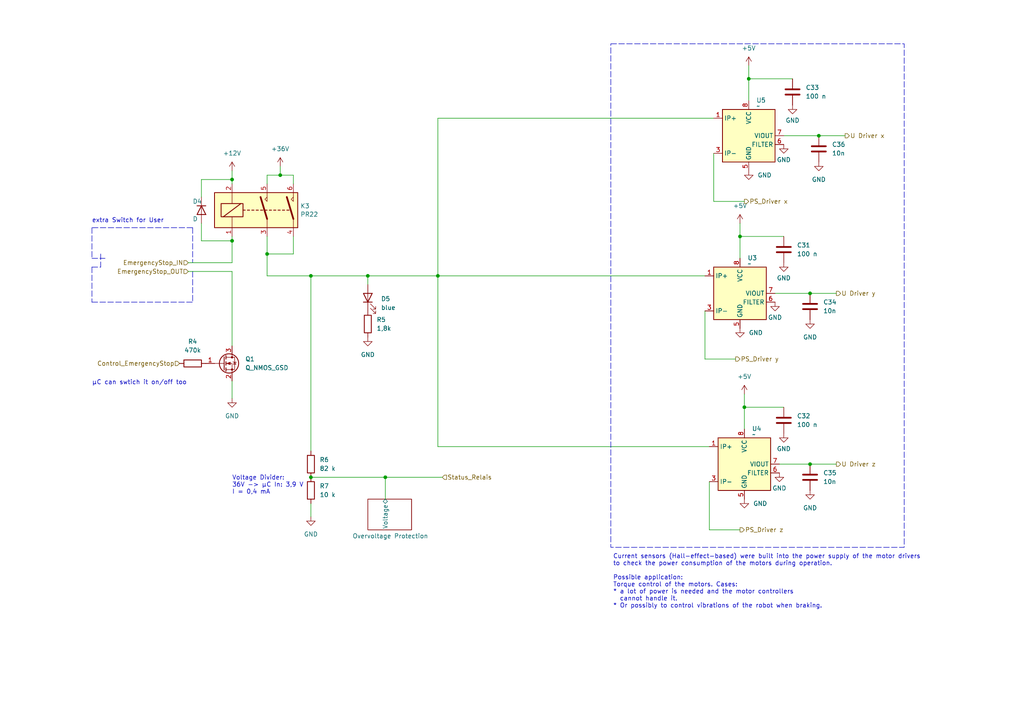
<source format=kicad_sch>
(kicad_sch (version 20231120) (generator "eeschema") (generator_version "8.0")
  (paper "A4")
  (lib_symbols
    (symbol "1_ProjectSpecific:CurSens"
      (property "Reference" "U" (at 14.224 15.24 0))
      (symbol "CurSens_0_1"
        (rectangle (start 2.54 12.7) (end 17.78 -2.54) (stroke (width 0.254)) (fill (type background)))
      )
      (symbol "CurSens_1_1"
        (pin passive line (at 0 10.16 0) (length 2.54) (name "IP+") (number "1"))
        (pin passive line (at 0 10.16 0) (length 2.54) hide (name "IP+") (number "2"))
        (pin passive line (at 0 0 0) (length 2.54) (name "IP-") (number "3"))
        (pin passive line (at 0 0 0) (length 2.54) hide (name "IP-") (number "4"))
        (pin power_in line (at 10.16 -5.08 90) (length 2.54) (name "GND") (number "5"))
        (pin passive line (at 20.32 2.54 180) (length 2.54) (name "FILTER") (number "6"))
        (pin output line (at 20.32 5.08 180) (length 2.54) (name "VIOUT") (number "7"))
        (pin power_in line (at 10.16 15.24 270) (length 2.54) (name "VCC") (number "8"))
      )
    )
    (symbol "1_ProjectSpecific:Relay_PR22"
      (property "Reference" "K" (at -10.922 6.35 0))
      (property "Value" "PR22" (at -2.54 -2.54 0))
      (symbol "Relay_PR22_0_0"
        (polyline (pts (xy 10.16 12.7) (xy 10.16 10.16) (xy 9.525 10.795) (xy 10.16 11.43)))
        (polyline (pts (xy 17.78 12.7) (xy 17.78 10.16) (xy 17.145 10.795) (xy 17.78 11.43)))
      )
      (symbol "Relay_PR22_0_1"
        (rectangle (start -5.08 12.7) (end 19.05 2.54) (stroke (width 0.254)) (fill (type background)))
        (rectangle (start -3.175 9.525) (end 3.175 5.715) (stroke (width 0.254)))
        (polyline (pts (xy -2.54 5.715) (xy 2.54 9.525)) (stroke (width 0.254)))
        (polyline (pts (xy 0 2.54) (xy 0 5.715)))
        (polyline (pts (xy 0 12.7) (xy 0 9.525)))
        (polyline (pts (xy 3.175 7.62) (xy 3.81 7.62)) (stroke (width 0.254)))
        (polyline (pts (xy 4.445 7.62) (xy 5.08 7.62)) (stroke (width 0.254)))
        (polyline (pts (xy 5.715 7.62) (xy 6.35 7.62)) (stroke (width 0.254)))
        (polyline (pts (xy 6.985 7.62) (xy 7.62 7.62)) (stroke (width 0.254)))
        (polyline (pts (xy 8.255 7.62) (xy 8.89 7.62)) (stroke (width 0.254)))
        (polyline (pts (xy 9.525 7.62) (xy 10.16 7.62)) (stroke (width 0.254)))
        (polyline (pts (xy 10.16 5.08) (xy 8.255 11.43)) (stroke (width 0.508)))
        (polyline (pts (xy 10.16 5.08) (xy 10.16 2.54)))
        (polyline (pts (xy 10.795 7.62) (xy 11.43 7.62)) (stroke (width 0.254)))
        (polyline (pts (xy 12.065 7.62) (xy 12.7 7.62)) (stroke (width 0.254)))
        (polyline (pts (xy 13.335 7.62) (xy 13.97 7.62)) (stroke (width 0.254)))
        (polyline (pts (xy 14.605 7.62) (xy 15.24 7.62)) (stroke (width 0.254)))
        (polyline (pts (xy 15.875 7.62) (xy 16.51 7.62)) (stroke (width 0.254)))
        (polyline (pts (xy 17.78 5.08) (xy 15.875 11.43)) (stroke (width 0.508)))
        (polyline (pts (xy 17.78 5.08) (xy 17.78 2.54)))
      )
      (symbol "Relay_PR22_1_1"
        (pin passive line (at 0 0 90) (length 2.54) (name "~") (number "1"))
        (pin passive line (at 0 15.24 270) (length 2.54) (name "~") (number "2"))
        (pin passive line (at 10.16 0 90) (length 2.54) (name "~") (number "3"))
        (pin passive line (at 17.78 0 90) (length 2.54) (name "~") (number "4"))
        (pin passive line (at 10.16 15.24 270) (length 2.54) (name "~") (number "5"))
        (pin passive line (at 17.78 15.24 270) (length 2.54) (name "~") (number "6"))
      )
    )
    (symbol "Device:C" (pin_numbers hide) (pin_names (offset 0.254))
      (property "Reference" "C" (at 0.635 2.54 0))
      (property "Value" "C" (at 0.635 -2.54 0))
      (symbol "C_0_1"
        (polyline (pts (xy -2.032 -0.762) (xy 2.032 -0.762)) (stroke (width 0.508)))
        (polyline (pts (xy -2.032 0.762) (xy 2.032 0.762)) (stroke (width 0.508)))
      )
      (symbol "C_1_1"
        (pin passive line (at 0 3.81 270) (length 2.794) (name "~") (number "1"))
        (pin passive line (at 0 -3.81 90) (length 2.794) (name "~") (number "2"))
      )
    )
    (symbol "Device:D" (pin_numbers hide) (pin_names (offset 1.016) hide)
      (property "Reference" "D" (at 0 2.54 0))
      (property "Value" "D" (at 0 -2.54 0))
      (symbol "D_0_1"
        (polyline (pts (xy -1.27 1.27) (xy -1.27 -1.27)) (stroke (width 0.254)))
        (polyline (pts (xy 1.27 0) (xy -1.27 0)))
        (polyline (pts (xy 1.27 1.27) (xy 1.27 -1.27) (xy -1.27 0) (xy 1.27 1.27)) (stroke (width 0.254)))
      )
      (symbol "D_1_1"
        (pin passive line (at -3.81 0 0) (length 2.54) (name "K") (number "1"))
        (pin passive line (at 3.81 0 180) (length 2.54) (name "A") (number "2"))
      )
    )
    (symbol "Device:LED" (pin_numbers hide) (pin_names (offset 1.016) hide)
      (property "Reference" "D" (at 0 2.54 0))
      (property "Value" "LED" (at 0 -2.54 0))
      (symbol "LED_0_1"
        (polyline (pts (xy -1.27 -1.27) (xy -1.27 1.27)) (stroke (width 0.254)))
        (polyline (pts (xy -1.27 0) (xy 1.27 0)))
        (polyline (pts (xy 1.27 -1.27) (xy 1.27 1.27) (xy -1.27 0) (xy 1.27 -1.27)) (stroke (width 0.254)))
        (polyline (pts (xy -3.048 -0.762) (xy -4.572 -2.286) (xy -3.81 -2.286) (xy -4.572 -2.286) (xy -4.572 -1.524)))
        (polyline (pts (xy -1.778 -0.762) (xy -3.302 -2.286) (xy -2.54 -2.286) (xy -3.302 -2.286) (xy -3.302 -1.524)))
      )
      (symbol "LED_1_1"
        (pin passive line (at -3.81 0 0) (length 2.54) (name "K") (number "1"))
        (pin passive line (at 3.81 0 180) (length 2.54) (name "A") (number "2"))
      )
    )
    (symbol "Device:Q_NMOS_GSD" (pin_names (offset 0) hide)
      (property "Reference" "Q" (at 5.08 1.27 0))
      (property "Value" "Q_NMOS_GSD" (at 5.08 -1.27 0))
      (symbol "Q_NMOS_GSD_0_1"
        (polyline (pts (xy 0.254 0) (xy -2.54 0)))
        (polyline (pts (xy 0.254 1.905) (xy 0.254 -1.905)) (stroke (width 0.254)))
        (polyline (pts (xy 0.762 -1.27) (xy 0.762 -2.286)) (stroke (width 0.254)))
        (polyline (pts (xy 0.762 0.508) (xy 0.762 -0.508)) (stroke (width 0.254)))
        (polyline (pts (xy 0.762 2.286) (xy 0.762 1.27)) (stroke (width 0.254)))
        (polyline (pts (xy 2.54 2.54) (xy 2.54 1.778)))
        (polyline (pts (xy 2.54 -2.54) (xy 2.54 0) (xy 0.762 0)))
        (polyline (pts (xy 0.762 -1.778) (xy 3.302 -1.778) (xy 3.302 1.778) (xy 0.762 1.778)))
        (polyline (pts (xy 1.016 0) (xy 2.032 0.381) (xy 2.032 -0.381) (xy 1.016 0)) (fill (type outline)))
        (polyline (pts (xy 2.794 0.508) (xy 2.921 0.381) (xy 3.683 0.381) (xy 3.81 0.254)))
        (polyline (pts (xy 3.302 0.381) (xy 2.921 -0.254) (xy 3.683 -0.254) (xy 3.302 0.381)))
        (circle (center 1.651 0) (radius 2.794) (stroke (width 0.254)))
        (circle (center 2.54 -1.778) (radius 0.254) (fill (type outline)))
        (circle (center 2.54 1.778) (radius 0.254) (fill (type outline)))
      )
      (symbol "Q_NMOS_GSD_1_1"
        (pin input line (at -5.08 0 0) (length 2.54) (name "G") (number "1"))
        (pin passive line (at 2.54 -5.08 90) (length 2.54) (name "S") (number "2"))
        (pin passive line (at 2.54 5.08 270) (length 2.54) (name "D") (number "3"))
      )
    )
    (symbol "Device:R" (pin_numbers hide) (pin_names (offset 0))
      (property "Reference" "R" (at 2.032 0 90))
      (property "Value" "R" (at 0 0 90))
      (symbol "R_0_1"
        (rectangle (start -1.016 -2.54) (end 1.016 2.54) (stroke (width 0.254)))
      )
      (symbol "R_1_1"
        (pin passive line (at 0 3.81 270) (length 1.27) (name "~") (number "1"))
        (pin passive line (at 0 -3.81 90) (length 1.27) (name "~") (number "2"))
      )
    )
    (symbol "power:+12V" (power) (pin_names (offset 0))
      (property "Value" "+12V" (at 0 3.556 0))
      (symbol "+12V_0_1"
        (polyline (pts (xy -0.762 1.27) (xy 0 2.54)))
        (polyline (pts (xy 0 0) (xy 0 2.54)))
        (polyline (pts (xy 0 2.54) (xy 0.762 1.27)))
      )
      (symbol "+12V_1_1"
        (pin power_in line (at 0 0 90) (length 0) hide (name "+12V") (number "1"))
      )
    )
    (symbol "power:+36V" (power) (pin_names (offset 0))
      (property "Value" "+36V" (at 0 3.556 0))
      (symbol "+36V_0_1"
        (polyline (pts (xy -0.762 1.27) (xy 0 2.54)))
        (polyline (pts (xy 0 0) (xy 0 2.54)))
        (polyline (pts (xy 0 2.54) (xy 0.762 1.27)))
      )
      (symbol "+36V_1_1"
        (pin power_in line (at 0 0 90) (length 0) hide (name "+36V") (number "1"))
      )
    )
    (symbol "power:+5V" (power) (pin_names (offset 0))
      (property "Value" "+5V" (at 0 3.556 0))
      (symbol "+5V_0_1"
        (polyline (pts (xy -0.762 1.27) (xy 0 2.54)))
        (polyline (pts (xy 0 0) (xy 0 2.54)))
        (polyline (pts (xy 0 2.54) (xy 0.762 1.27)))
      )
      (symbol "+5V_1_1"
        (pin power_in line (at 0 0 90) (length 0) hide (name "+5V") (number "1"))
      )
    )
    (symbol "power:GND" (power) (pin_names (offset 0))
      (property "Value" "GND" (at 0 -3.81 0))
      (symbol "GND_0_1"
        (polyline (pts (xy 0 0) (xy 0 -1.27) (xy 1.27 -1.27) (xy 0 -2.54) (xy -1.27 -1.27) (xy 0 -1.27)))
      )
      (symbol "GND_1_1"
        (pin power_in line (at 0 0 270) (length 0) hide (name "GND") (number "1"))
      )
    )
  )
  (junction (at 106.68 80.01))
  (junction (at 217.17 22.86))
  (junction (at 67.31 52.07))
  (junction (at 234.95 85.09))
  (junction (at 90.17 138.43))
  (junction (at 81.28 50.8))
  (junction (at 77.47 73.66))
  (junction (at 90.17 80.01))
  (junction (at 237.49 39.37))
  (junction (at 234.95 134.62))
  (junction (at 214.63 68.58))
  (junction (at 215.9 118.11))
  (junction (at 111.76 138.43))
  (junction (at 127 80.01))
  (junction (at 67.31 69.85))
  (polyline (pts (xy 29.21 73.66) (xy 29.21 77.47)) (stroke (width 0) (type dash)))
  (wire (pts (xy 127 34.29) (xy 127 80.01)))
  (wire (pts (xy 111.76 138.43) (xy 111.76 144.78)))
  (polyline (pts (xy 26.67 77.47) (xy 29.21 77.47)) (stroke (width 0) (type dash)))
  (polyline (pts (xy 26.67 74.93) (xy 30.48 74.93)) (stroke (width 0) (type dash)))
  (wire (pts (xy 58.42 57.15) (xy 58.42 52.07)))
  (wire (pts (xy 58.42 52.07) (xy 67.31 52.07)))
  (wire (pts (xy 207.01 58.42) (xy 215.9 58.42)))
  (wire (pts (xy 85.09 73.66) (xy 77.47 73.66)))
  (polyline (pts (xy 26.67 87.63) (xy 55.88 87.63)) (stroke (width 0) (type dash)))
  (wire (pts (xy 127 80.01) (xy 127 129.54)))
  (wire (pts (xy 67.31 49.53) (xy 67.31 52.07)))
  (wire (pts (xy 234.95 134.62) (xy 242.57 134.62)))
  (wire (pts (xy 90.17 80.01) (xy 90.17 130.81)))
  (wire (pts (xy 67.31 52.07) (xy 67.31 53.34)))
  (wire (pts (xy 234.95 85.09) (xy 242.57 85.09)))
  (wire (pts (xy 81.28 48.26) (xy 81.28 50.8)))
  (wire (pts (xy 67.31 110.49) (xy 67.31 115.57)))
  (wire (pts (xy 214.63 68.58) (xy 227.33 68.58)))
  (wire (pts (xy 214.63 64.77) (xy 214.63 68.58)))
  (wire (pts (xy 77.47 50.8) (xy 77.47 53.34)))
  (wire (pts (xy 207.01 44.45) (xy 207.01 58.42)))
  (polyline (pts (xy 55.88 66.04) (xy 26.67 66.04)) (stroke (width 0) (type dash)))
  (wire (pts (xy 217.17 19.05) (xy 217.17 22.86)))
  (wire (pts (xy 237.49 39.37) (xy 245.11 39.37)))
  (wire (pts (xy 204.47 90.17) (xy 204.47 104.14)))
  (wire (pts (xy 67.31 69.85) (xy 67.31 76.2)))
  (wire (pts (xy 215.9 124.46) (xy 215.9 118.11)))
  (wire (pts (xy 77.47 80.01) (xy 90.17 80.01)))
  (wire (pts (xy 214.63 74.93) (xy 214.63 68.58)))
  (wire (pts (xy 204.47 104.14) (xy 213.36 104.14)))
  (polyline (pts (xy 26.67 77.47) (xy 26.67 87.63)) (stroke (width 0) (type dash)))
  (wire (pts (xy 90.17 138.43) (xy 111.76 138.43)))
  (wire (pts (xy 205.74 139.7) (xy 205.74 153.67)))
  (wire (pts (xy 85.09 68.58) (xy 85.09 73.66)))
  (wire (pts (xy 205.74 153.67) (xy 214.63 153.67)))
  (wire (pts (xy 54.61 76.2) (xy 67.31 76.2)))
  (wire (pts (xy 207.01 34.29) (xy 127 34.29)))
  (wire (pts (xy 215.9 114.3) (xy 215.9 118.11)))
  (wire (pts (xy 106.68 80.01) (xy 127 80.01)))
  (wire (pts (xy 224.79 85.09) (xy 234.95 85.09)))
  (wire (pts (xy 58.42 69.85) (xy 58.42 64.77)))
  (wire (pts (xy 111.76 138.43) (xy 128.27 138.43)))
  (wire (pts (xy 77.47 50.8) (xy 81.28 50.8)))
  (wire (pts (xy 90.17 80.01) (xy 106.68 80.01)))
  (wire (pts (xy 54.61 78.74) (xy 67.31 78.74)))
  (wire (pts (xy 106.68 80.01) (xy 106.68 82.55)))
  (wire (pts (xy 90.17 146.05) (xy 90.17 149.86)))
  (wire (pts (xy 77.47 73.66) (xy 77.47 80.01)))
  (wire (pts (xy 215.9 118.11) (xy 227.33 118.11)))
  (wire (pts (xy 127 80.01) (xy 204.47 80.01)))
  (wire (pts (xy 217.17 29.21) (xy 217.17 22.86)))
  (polyline (pts (xy 55.88 78.74) (xy 55.88 87.63)) (stroke (width 0) (type dash)))
  (wire (pts (xy 67.31 69.85) (xy 58.42 69.85)))
  (wire (pts (xy 67.31 78.74) (xy 67.31 100.33)))
  (polyline (pts (xy 26.67 66.04) (xy 26.67 74.93)) (stroke (width 0) (type dash)))
  (polyline (pts (xy 55.88 66.04) (xy 55.88 76.2)) (stroke (width 0) (type dash)))
  (wire (pts (xy 217.17 22.86) (xy 229.87 22.86)))
  (wire (pts (xy 227.33 39.37) (xy 237.49 39.37)))
  (wire (pts (xy 226.06 134.62) (xy 234.95 134.62)))
  (wire (pts (xy 81.28 50.8) (xy 85.09 50.8)))
  (wire (pts (xy 127 129.54) (xy 205.74 129.54)))
  (wire (pts (xy 77.47 68.58) (xy 77.47 73.66)))
  (wire (pts (xy 85.09 50.8) (xy 85.09 53.34)))
  (wire (pts (xy 67.31 68.58) (xy 67.31 69.85)))
  (rectangle (start 177.165 12.7) (end 262.255 158.75) (stroke (width 0) (type dash)))
  (text "Current sensors (Hall-effect-based) were built into the power supply of the motor drivers \nto check the power consumption of the motors during operation. \n\nPossible application:\nTorque control of the motors. Cases:\n* a lot of power is needed and the motor controllers \n  cannot handle it. \n* Or possibly to control vibrations of the robot when braking." (at 177.8 176.53 0) (effects (font (size 1.27 1.27)) (justify left bottom)))
  (text "Voltage Divider:\n36V -> µC In: 3,9 V\nI = 0,4 mA" (at 67.31 143.51 0) (effects (font (size 1.27 1.27)) (justify left bottom)))
  (text "µC can swtich it on/off too" (at 26.67 111.76 0) (effects (font (size 1.27 1.27)) (justify left bottom)))
  (text "extra Switch for User" (at 26.67 64.77 0) (effects (font (size 1.27 1.27)) (justify left bottom)))
  (hierarchical_label "Status_Relais" (shape input) (at 128.27 138.43 0))
  (hierarchical_label "EmergencyStop_IN" (shape input) (at 54.61 76.2 180))
  (hierarchical_label "U Driver z" (shape output) (at 242.57 134.62 0))
  (hierarchical_label "U Driver y" (shape output) (at 242.57 85.09 0))
  (hierarchical_label "PS_Driver y" (shape output) (at 213.36 104.14 0))
  (hierarchical_label "PS_Driver x" (shape output) (at 215.9 58.42 0))
  (hierarchical_label "Control_EmergencyStop" (shape input) (at 52.07 105.41 180))
  (hierarchical_label "EmergencyStop_OUT" (shape input) (at 54.61 78.74 180))
  (hierarchical_label "U Driver x" (shape output) (at 245.11 39.37 0))
  (hierarchical_label "PS_Driver z" (shape output) (at 214.63 153.67 0))
  (symbol (lib_id "Device:R") (at 106.68 93.98 0) (unit 1)
    (property "Reference" "R5" (at 109.22 92.7099 0) (effects (justify left)))
    (property "Value" "1,8k" (at 109.22 95.2499 0) (effects (justify left)))
    (property "Footprint" "Resistor_SMD:R_1206_3216Metric_Pad1.30x1.75mm_HandSolder" (effects (hide yes)))
  )
  (symbol (lib_id "power:+5V") (at 214.63 64.77 0) (unit 1)
    (property "Reference" "#PWR0246" (effects (hide yes)))
    (property "Value" "+5V" (at 214.63 59.69 0))
  )
  (symbol (lib_id "power:GND") (at 227.33 41.91 0) (unit 1)
    (property "Reference" "#PWR0252" (effects (hide yes)))
    (property "Value" "GND" (at 227.33 46.355 0))
  )
  (symbol (lib_id "power:GND") (at 229.87 30.48 0) (unit 1)
    (property "Reference" "#PWR0249" (effects (hide yes)))
    (property "Value" "GND" (at 229.87 34.925 0))
  )
  (symbol (lib_id "power:GND") (at 226.06 137.16 0) (unit 1)
    (property "Reference" "#PWR0243" (effects (hide yes)))
    (property "Value" "GND" (at 226.06 141.605 0))
  )
  (symbol (lib_id "power:+12V") (at 67.31 49.53 0) (unit 1)
    (property "Reference" "#PWR0164" (effects (hide yes)))
    (property "Value" "+12V" (at 67.31 44.45 0))
  )
  (symbol (lib_id "power:GND") (at 234.95 92.71 0) (unit 1)
    (property "Reference" "#PWR0238" (effects (hide yes)))
    (property "Value" "GND" (at 234.95 97.79 0))
  )
  (symbol (lib_id "Device:D") (at 58.42 60.96 270) (unit 1)
    (property "Reference" "D4" (at 55.88 58.42 90) (effects (justify left)))
    (property "Value" "D" (at 55.88 63.5 90) (effects (justify left)))
    (property "Footprint" "Diode_SMD:D_1206_3216Metric_Pad1.42x1.75mm_HandSolder" (effects (hide yes)))
  )
  (symbol (lib_id "Device:C") (at 229.87 26.67 0) (unit 1)
    (property "Reference" "C33" (at 233.68 25.3999 0) (effects (justify left)))
    (property "Value" "100 n" (at 233.68 27.9399 0) (effects (justify left)))
    (property "Footprint" "Capacitor_SMD:C_1206_3216Metric_Pad1.33x1.80mm_HandSolder" (effects (hide yes)))
  )
  (symbol (lib_id "power:GND") (at 215.9 144.78 0) (unit 1)
    (property "Reference" "#PWR0242" (effects (hide yes)))
    (property "Value" "GND" (at 218.44 146.0499 0) (effects (justify left)))
  )
  (symbol (lib_id "power:+5V") (at 215.9 114.3 0) (unit 1)
    (property "Reference" "#PWR0244" (effects (hide yes)))
    (property "Value" "+5V" (at 215.9 109.22 0))
  )
  (symbol (lib_id "Device:LED") (at 106.68 86.36 90) (unit 1)
    (property "Reference" "D5" (at 110.49 86.6774 90) (effects (justify right)))
    (property "Value" "blue" (at 110.49 89.2174 90) (effects (justify right)))
    (property "Footprint" "LED_SMD:LED_0603_1608Metric_Pad1.05x0.95mm_HandSolder" (effects (hide yes)))
  )
  (symbol (lib_id "power:GND") (at 234.95 142.24 0) (unit 1)
    (property "Reference" "#PWR0240" (effects (hide yes)))
    (property "Value" "GND" (at 234.95 147.32 0))
  )
  (symbol (lib_id "Device:R") (at 90.17 134.62 0) (unit 1)
    (property "Reference" "R6" (at 92.71 133.35 0) (effects (justify left)))
    (property "Value" "82 k" (at 92.71 135.8899 0) (effects (justify left)))
    (property "Footprint" "Resistor_SMD:R_1206_3216Metric_Pad1.30x1.75mm_HandSolder" (effects (hide yes)))
  )
  (symbol (lib_id "Device:C") (at 227.33 121.92 0) (unit 1)
    (property "Reference" "C32" (at 231.14 120.6499 0) (effects (justify left)))
    (property "Value" "100 n" (at 231.14 123.1899 0) (effects (justify left)))
    (property "Footprint" "Capacitor_SMD:C_1206_3216Metric_Pad1.33x1.80mm_HandSolder" (effects (hide yes)))
  )
  (symbol (lib_id "1_ProjectSpecific:CurSens") (at 205.74 139.7 0) (unit 1)
    (property "Reference" "U4" (at 218.0941 124.3415 0) (effects (justify left)))
    (property "Value" "~" (at 218.0941 126.0229 0) (effects (justify left)))
    (property "Footprint" "Package_SO:SOIC-8_3.9x4.9mm_P1.27mm" (effects (hide yes)))
  )
  (symbol (lib_id "power:GND") (at 214.63 95.25 0) (unit 1)
    (property "Reference" "#PWR0245" (effects (hide yes)))
    (property "Value" "GND" (at 217.17 96.5199 0) (effects (justify left)))
  )
  (symbol (lib_id "power:GND") (at 224.79 87.63 0) (unit 1)
    (property "Reference" "#PWR0239" (effects (hide yes)))
    (property "Value" "GND" (at 224.79 92.075 0))
  )
  (symbol (lib_id "power:GND") (at 90.17 149.86 0) (unit 1)
    (property "Reference" "#PWR0161" (effects (hide yes)))
    (property "Value" "GND" (at 90.17 154.94 0))
  )
  (symbol (lib_id "Device:Q_NMOS_GSD") (at 64.77 105.41 0) (unit 1)
    (property "Reference" "Q1" (at 71.12 104.1399 0) (effects (justify left)))
    (property "Value" "Q_NMOS_GSD" (at 71.12 106.6799 0) (effects (justify left)))
    (property "Footprint" "Package_TO_SOT_SMD:SOT-23" (effects (hide yes)))
  )
  (symbol (lib_id "1_ProjectSpecific:CurSens") (at 204.47 90.17 0) (unit 1)
    (property "Reference" "U3" (at 216.8241 74.8115 0) (effects (justify left)))
    (property "Value" "~" (at 216.8241 76.4929 0) (effects (justify left)))
    (property "Footprint" "Package_SO:SOIC-8_3.9x4.9mm_P1.27mm" (effects (hide yes)))
  )
  (symbol (lib_id "Device:C") (at 227.33 72.39 0) (unit 1)
    (property "Reference" "C31" (at 231.14 71.1199 0) (effects (justify left)))
    (property "Value" "100 n" (at 231.14 73.6599 0) (effects (justify left)))
    (property "Footprint" "Capacitor_SMD:C_1206_3216Metric_Pad1.33x1.80mm_HandSolder" (effects (hide yes)))
  )
  (symbol (lib_id "power:GND") (at 227.33 76.2 0) (unit 1)
    (property "Reference" "#PWR0247" (effects (hide yes)))
    (property "Value" "GND" (at 227.33 80.645 0))
  )
  (symbol (lib_id "Device:C") (at 237.49 43.18 0) (unit 1)
    (property "Reference" "C36" (at 241.3 41.9099 0) (effects (justify left)))
    (property "Value" "10n" (at 241.3 44.4499 0) (effects (justify left)))
    (property "Footprint" "Capacitor_SMD:C_1206_3216Metric_Pad1.33x1.80mm_HandSolder" (effects (hide yes)))
  )
  (symbol (lib_id "power:GND") (at 227.33 125.73 0) (unit 1)
    (property "Reference" "#PWR0241" (effects (hide yes)))
    (property "Value" "GND" (at 227.33 130.175 0))
  )
  (symbol (lib_id "Device:C") (at 234.95 88.9 0) (unit 1)
    (property "Reference" "C34" (at 238.76 87.6299 0) (effects (justify left)))
    (property "Value" "10n" (at 238.76 90.1699 0) (effects (justify left)))
    (property "Footprint" "Capacitor_SMD:C_1206_3216Metric_Pad1.33x1.80mm_HandSolder" (effects (hide yes)))
  )
  (symbol (lib_id "Device:R") (at 55.88 105.41 90) (unit 1)
    (property "Reference" "R4" (at 55.88 99.06 90))
    (property "Value" "470k" (at 55.88 101.6 90))
    (property "Footprint" "Resistor_SMD:R_1206_3216Metric_Pad1.30x1.75mm_HandSolder" (effects (hide yes)))
  )
  (symbol (lib_id "1_ProjectSpecific:CurSens") (at 207.01 44.45 0) (unit 1)
    (property "Reference" "U5" (at 219.3641 29.0915 0) (effects (justify left)))
    (property "Value" "~" (at 219.3641 30.7729 0) (effects (justify left)))
    (property "Footprint" "Package_SO:SOIC-8_3.9x4.9mm_P1.27mm" (effects (hide yes)))
  )
  (symbol (lib_id "power:GND") (at 67.31 115.57 0) (unit 1)
    (property "Reference" "#PWR0163" (effects (hide yes)))
    (property "Value" "GND" (at 67.31 120.65 0))
  )
  (symbol (lib_id "power:+5V") (at 217.17 19.05 0) (unit 1)
    (property "Reference" "#PWR0250" (effects (hide yes)))
    (property "Value" "+5V" (at 217.17 13.97 0))
  )
  (symbol (lib_id "power:GND") (at 237.49 46.99 0) (unit 1)
    (property "Reference" "#PWR0248" (effects (hide yes)))
    (property "Value" "GND" (at 237.49 52.07 0))
  )
  (symbol (lib_id "power:+36V") (at 81.28 48.26 0) (unit 1)
    (property "Reference" "#PWR0165" (effects (hide yes)))
    (property "Value" "+36V" (at 81.28 43.18 0))
  )
  (symbol (lib_id "Device:R") (at 90.17 142.24 0) (unit 1)
    (property "Reference" "R7" (at 92.71 140.9699 0) (effects (justify left)))
    (property "Value" "10 k" (at 92.71 143.5099 0) (effects (justify left)))
    (property "Footprint" "Resistor_SMD:R_1206_3216Metric_Pad1.30x1.75mm_HandSolder" (effects (hide yes)))
  )
  (symbol (lib_id "Device:C") (at 234.95 138.43 0) (unit 1)
    (property "Reference" "C35" (at 238.76 137.1599 0) (effects (justify left)))
    (property "Value" "10n" (at 238.76 139.6999 0) (effects (justify left)))
    (property "Footprint" "Capacitor_SMD:C_1206_3216Metric_Pad1.33x1.80mm_HandSolder" (effects (hide yes)))
  )
  (symbol (lib_id "power:GND") (at 106.68 97.79 0) (unit 1)
    (property "Reference" "#PWR0162" (effects (hide yes)))
    (property "Value" "GND" (at 106.68 102.87 0))
  )
  (symbol (lib_id "1_ProjectSpecific:Relay_PR22") (at 67.31 68.58 0) (unit 1)
    (property "Reference" "K3" (at 87.122 59.7478 0) (effects (justify left)))
    (property "Value" "PR22" (at 87.122 62.1721 0) (effects (justify left)))
    (property "Footprint" "1_ProjectSpecific:Relay_PR22" (effects (hide yes)))
  )
  (symbol (lib_id "power:GND") (at 217.17 49.53 0) (unit 1)
    (property "Reference" "#PWR0251" (effects (hide yes)))
    (property "Value" "GND" (at 219.71 50.7999 0) (effects (justify left)))
  )
  (sheet (at 106.68 144.78) (size 12.7 8.89) (stroke (width 0.1524))
    (property "Sheetname" "Overvoltage Protection" (at 102.235 156.21 0) (effects (justify left bottom)))
    (property "Sheetfile" "schutz.kicad_sch" (effects (hide yes)))
    (pin "Voltage" bidirectional (at 111.76 144.78 90))
  )
)
</source>
